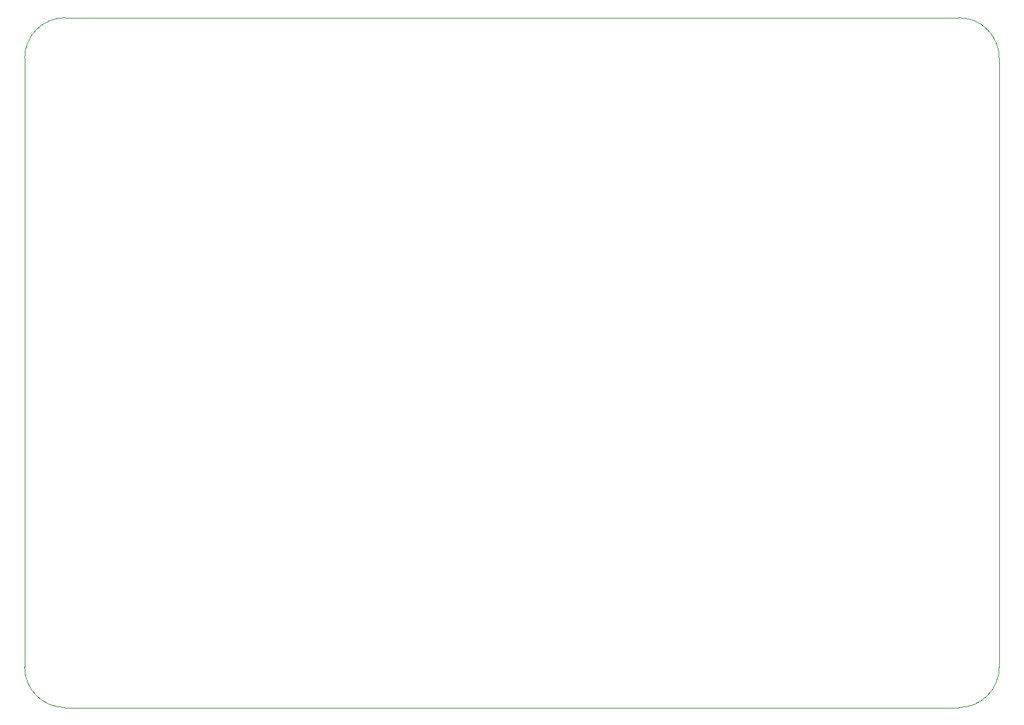
<source format=gbr>
%TF.GenerationSoftware,KiCad,Pcbnew,9.0.4*%
%TF.CreationDate,2025-10-10T21:12:29+02:00*%
%TF.ProjectId,fotoaparat,666f746f-6170-4617-9261-742e6b696361,rev?*%
%TF.SameCoordinates,Original*%
%TF.FileFunction,Profile,NP*%
%FSLAX46Y46*%
G04 Gerber Fmt 4.6, Leading zero omitted, Abs format (unit mm)*
G04 Created by KiCad (PCBNEW 9.0.4) date 2025-10-10 21:12:29*
%MOMM*%
%LPD*%
G01*
G04 APERTURE LIST*
%TA.AperFunction,Profile*%
%ADD10C,0.050000*%
%TD*%
G04 APERTURE END LIST*
D10*
X81350002Y-64406399D02*
G75*
G02*
X86350002Y-59406402I4999998J-1D01*
G01*
X196350002Y-59406399D02*
X86350002Y-59406399D01*
X86350002Y-144406399D02*
G75*
G02*
X81350001Y-139406399I-2J4999999D01*
G01*
X86350002Y-144406399D02*
X196350002Y-144406399D01*
X81350002Y-64406399D02*
X81350002Y-139406399D01*
X196350002Y-59406399D02*
G75*
G02*
X201350001Y-64406399I-2J-5000001D01*
G01*
X201350002Y-139406399D02*
G75*
G02*
X196350002Y-144406402I-5000002J-1D01*
G01*
X201350002Y-139406399D02*
X201350002Y-64406399D01*
M02*

</source>
